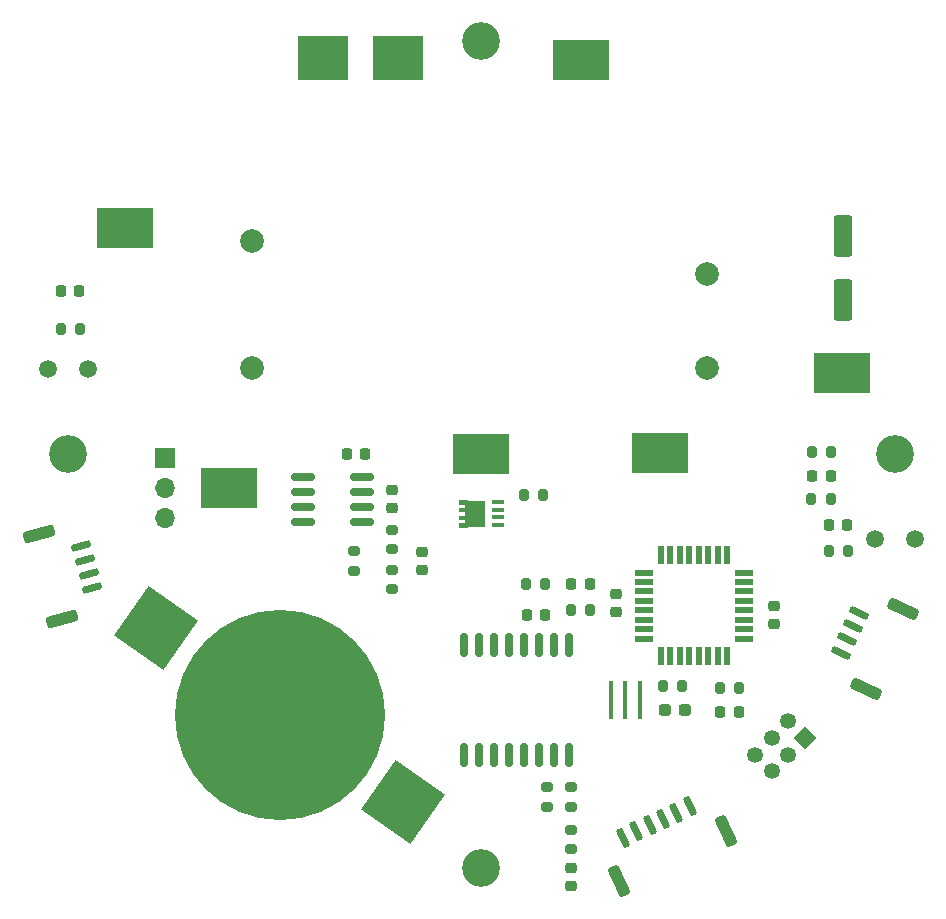
<source format=gts>
%TF.GenerationSoftware,KiCad,Pcbnew,9.0.0*%
%TF.CreationDate,2025-06-29T18:37:43-04:00*%
%TF.ProjectId,darksky-porch-light,6461726b-736b-4792-9d70-6f7263682d6c,rev?*%
%TF.SameCoordinates,Original*%
%TF.FileFunction,Soldermask,Top*%
%TF.FilePolarity,Negative*%
%FSLAX46Y46*%
G04 Gerber Fmt 4.6, Leading zero omitted, Abs format (unit mm)*
G04 Created by KiCad (PCBNEW 9.0.0) date 2025-06-29 18:37:43*
%MOMM*%
%LPD*%
G01*
G04 APERTURE LIST*
G04 Aperture macros list*
%AMRoundRect*
0 Rectangle with rounded corners*
0 $1 Rounding radius*
0 $2 $3 $4 $5 $6 $7 $8 $9 X,Y pos of 4 corners*
0 Add a 4 corners polygon primitive as box body*
4,1,4,$2,$3,$4,$5,$6,$7,$8,$9,$2,$3,0*
0 Add four circle primitives for the rounded corners*
1,1,$1+$1,$2,$3*
1,1,$1+$1,$4,$5*
1,1,$1+$1,$6,$7*
1,1,$1+$1,$8,$9*
0 Add four rect primitives between the rounded corners*
20,1,$1+$1,$2,$3,$4,$5,0*
20,1,$1+$1,$4,$5,$6,$7,0*
20,1,$1+$1,$6,$7,$8,$9,0*
20,1,$1+$1,$8,$9,$2,$3,0*%
%AMHorizOval*
0 Thick line with rounded ends*
0 $1 width*
0 $2 $3 position (X,Y) of the first rounded end (center of the circle)*
0 $4 $5 position (X,Y) of the second rounded end (center of the circle)*
0 Add line between two ends*
20,1,$1,$2,$3,$4,$5,0*
0 Add two circle primitives to create the rounded ends*
1,1,$1,$2,$3*
1,1,$1,$4,$5*%
%AMRotRect*
0 Rectangle, with rotation*
0 The origin of the aperture is its center*
0 $1 length*
0 $2 width*
0 $3 Rotation angle, in degrees counterclockwise*
0 Add horizontal line*
21,1,$1,$2,0,0,$3*%
%AMFreePoly0*
4,1,21,1.372500,0.787500,0.862500,0.787500,0.862500,0.532500,1.372500,0.532500,1.372500,0.127500,0.862500,0.127500,0.862500,-0.127500,1.372500,-0.127500,1.372500,-0.532500,0.862500,-0.532500,0.862500,-0.787500,1.372500,-0.787500,1.372500,-1.195000,0.612500,-1.195000,0.612500,-1.117500,-0.862500,-1.117500,-0.862500,1.117500,0.612500,1.117500,0.612500,1.195000,1.372500,1.195000,
1.372500,0.787500,1.372500,0.787500,$1*%
G04 Aperture macros list end*
%ADD10C,2.006600*%
%ADD11RoundRect,0.150000X0.159887X-0.697808X0.431779X-0.571023X-0.159887X0.697808X-0.431779X0.571023X0*%
%ADD12RoundRect,0.250000X0.238303X-1.102593X0.691457X-0.891284X-0.238303X1.102593X-0.691457X0.891284X0*%
%ADD13RoundRect,0.225000X0.225000X0.250000X-0.225000X0.250000X-0.225000X-0.250000X0.225000X-0.250000X0*%
%ADD14C,3.200000*%
%ADD15RoundRect,0.200000X-0.200000X-0.275000X0.200000X-0.275000X0.200000X0.275000X-0.200000X0.275000X0*%
%ADD16RoundRect,0.225000X-0.250000X0.225000X-0.250000X-0.225000X0.250000X-0.225000X0.250000X0.225000X0*%
%ADD17R,4.699000X3.429000*%
%ADD18RoundRect,0.200000X-0.275000X0.200000X-0.275000X-0.200000X0.275000X-0.200000X0.275000X0.200000X0*%
%ADD19R,1.600000X0.550000*%
%ADD20R,0.550000X1.600000*%
%ADD21RoundRect,0.237500X-0.287500X-0.237500X0.287500X-0.237500X0.287500X0.237500X-0.287500X0.237500X0*%
%ADD22RoundRect,0.150000X-0.825000X-0.150000X0.825000X-0.150000X0.825000X0.150000X-0.825000X0.150000X0*%
%ADD23RoundRect,0.200000X0.275000X-0.200000X0.275000X0.200000X-0.275000X0.200000X-0.275000X-0.200000X0*%
%ADD24RoundRect,0.225000X-0.225000X-0.250000X0.225000X-0.250000X0.225000X0.250000X-0.225000X0.250000X0*%
%ADD25RoundRect,0.150000X0.571023X-0.431779X0.697808X-0.159887X-0.571023X0.431779X-0.697808X0.159887X0*%
%ADD26RoundRect,0.250000X0.891284X-0.691457X1.102593X-0.238303X-0.891284X0.691457X-1.102593X0.238303X0*%
%ADD27RoundRect,0.200000X0.200000X0.275000X-0.200000X0.275000X-0.200000X-0.275000X0.200000X-0.275000X0*%
%ADD28RoundRect,0.250000X-0.550000X1.500000X-0.550000X-1.500000X0.550000X-1.500000X0.550000X1.500000X0*%
%ADD29RoundRect,0.150000X-0.150000X0.875000X-0.150000X-0.875000X0.150000X-0.875000X0.150000X0.875000X0*%
%ADD30R,0.990000X0.405000*%
%ADD31FreePoly0,180.000000*%
%ADD32R,4.240000X3.810000*%
%ADD33RotRect,5.100000X5.100000X145.000000*%
%ADD34C,17.800000*%
%ADD35RotRect,1.350000X1.350000X315.000000*%
%ADD36HorizOval,1.350000X0.000000X0.000000X0.000000X0.000000X0*%
%ADD37R,0.400000X3.200000*%
%ADD38RoundRect,0.150000X-0.714971X-0.036284X-0.637325X-0.326062X0.714971X0.036284X0.637325X0.326062X0*%
%ADD39RoundRect,0.250000X-1.127223X-0.043219X-0.997814X-0.526182X1.127223X0.043219X0.997814X0.526182X0*%
%ADD40RoundRect,0.225000X0.250000X-0.225000X0.250000X0.225000X-0.250000X0.225000X-0.250000X-0.225000X0*%
%ADD41C,1.500000*%
%ADD42R,1.700000X1.700000*%
%ADD43O,1.700000X1.700000*%
G04 APERTURE END LIST*
D10*
%TO.C,PS1*%
X135596800Y-76968100D03*
X135596800Y-87712300D03*
X174103200Y-87712300D03*
X174103200Y-79711300D03*
%TD*%
D11*
%TO.C,J3*%
X166985944Y-127444013D03*
X168118829Y-126915740D03*
X169251714Y-126387467D03*
X170384599Y-125859194D03*
X171517483Y-125330921D03*
X172650368Y-124802649D03*
D12*
X166661653Y-131126040D03*
X175679416Y-126920990D03*
%TD*%
D13*
%TO.C,C8*%
X145175000Y-95000000D03*
X143625000Y-95000000D03*
%TD*%
D14*
%TO.C,H4*%
X190000000Y-95000000D03*
%TD*%
D15*
%TO.C,R9*%
X182975000Y-94800000D03*
X184625000Y-94800000D03*
%TD*%
D16*
%TO.C,C2*%
X166400000Y-106825000D03*
X166400000Y-108375000D03*
%TD*%
D17*
%TO.C,TP6*%
X133600000Y-97800000D03*
%TD*%
D14*
%TO.C,H1*%
X155000000Y-60000000D03*
%TD*%
%TO.C,H2*%
X120000000Y-95000000D03*
%TD*%
D16*
%TO.C,C9*%
X147400000Y-98025000D03*
X147400000Y-99575000D03*
%TD*%
D18*
%TO.C,R14*%
X144200000Y-103175000D03*
X144200000Y-104825000D03*
%TD*%
D15*
%TO.C,R6*%
X170375000Y-114600000D03*
X172025000Y-114600000D03*
%TD*%
D17*
%TO.C,TP3*%
X124800000Y-75800000D03*
%TD*%
D19*
%TO.C,U2*%
X168750000Y-105000000D03*
X168750000Y-105800000D03*
X168750000Y-106600000D03*
X168750000Y-107400000D03*
X168750000Y-108200000D03*
X168750000Y-109000000D03*
X168750000Y-109800000D03*
X168750000Y-110600000D03*
D20*
X170200000Y-112050000D03*
X171000000Y-112050000D03*
X171800000Y-112050000D03*
X172600000Y-112050000D03*
X173400000Y-112050000D03*
X174200000Y-112050000D03*
X175000000Y-112050000D03*
X175800000Y-112050000D03*
D19*
X177250000Y-110600000D03*
X177250000Y-109800000D03*
X177250000Y-109000000D03*
X177250000Y-108200000D03*
X177250000Y-107400000D03*
X177250000Y-106600000D03*
X177250000Y-105800000D03*
X177250000Y-105000000D03*
D20*
X175800000Y-103550000D03*
X175000000Y-103550000D03*
X174200000Y-103550000D03*
X173400000Y-103550000D03*
X172600000Y-103550000D03*
X171800000Y-103550000D03*
X171000000Y-103550000D03*
X170200000Y-103550000D03*
%TD*%
D16*
%TO.C,C4*%
X162600000Y-130025000D03*
X162600000Y-131575000D03*
%TD*%
D21*
%TO.C,D13*%
X170525000Y-116600000D03*
X172275000Y-116600000D03*
%TD*%
D22*
%TO.C,U3*%
X139925000Y-96895000D03*
X139925000Y-98165000D03*
X139925000Y-99435000D03*
X139925000Y-100705000D03*
X144875000Y-100705000D03*
X144875000Y-99435000D03*
X144875000Y-98165000D03*
X144875000Y-96895000D03*
%TD*%
D13*
%TO.C,C1*%
X160375000Y-108600000D03*
X158825000Y-108600000D03*
%TD*%
D18*
%TO.C,R15*%
X147400000Y-104775000D03*
X147400000Y-106425000D03*
%TD*%
D16*
%TO.C,C7*%
X150000000Y-103225000D03*
X150000000Y-104775000D03*
%TD*%
D23*
%TO.C,R2*%
X162565000Y-124835000D03*
X162565000Y-123185000D03*
%TD*%
D24*
%TO.C,C14*%
X162625000Y-106000000D03*
X164175000Y-106000000D03*
%TD*%
%TO.C,C12*%
X119425000Y-81200000D03*
X120975000Y-81200000D03*
%TD*%
D25*
%TO.C,J2*%
X185415181Y-111798654D03*
X185943454Y-110665769D03*
X186471727Y-109532885D03*
X187000000Y-108400000D03*
D26*
X187533523Y-114827702D03*
X190682028Y-108075708D03*
%TD*%
D24*
%TO.C,C13*%
X183025000Y-96800000D03*
X184575000Y-96800000D03*
%TD*%
D27*
%TO.C,R17*%
X160225000Y-98400000D03*
X158575000Y-98400000D03*
%TD*%
D13*
%TO.C,C11*%
X186000000Y-101000000D03*
X184450000Y-101000000D03*
%TD*%
D17*
%TO.C,TP1*%
X155000000Y-95000000D03*
%TD*%
D15*
%TO.C,TH1*%
X182950000Y-98800000D03*
X184600000Y-98800000D03*
%TD*%
D28*
%TO.C,C6*%
X185600000Y-76500000D03*
X185600000Y-81900000D03*
%TD*%
D29*
%TO.C,U1*%
X162445000Y-111150000D03*
X161175000Y-111150000D03*
X159905000Y-111150000D03*
X158635000Y-111150000D03*
X157365000Y-111150000D03*
X156095000Y-111150000D03*
X154825000Y-111150000D03*
X153555000Y-111150000D03*
X153555000Y-120450000D03*
X154825000Y-120450000D03*
X156095000Y-120450000D03*
X157365000Y-120450000D03*
X158635000Y-120450000D03*
X159905000Y-120450000D03*
X161175000Y-120450000D03*
X162445000Y-120450000D03*
%TD*%
D15*
%TO.C,R10*%
X119375000Y-84400000D03*
X121025000Y-84400000D03*
%TD*%
%TO.C,R13*%
X175175000Y-114800000D03*
X176825000Y-114800000D03*
%TD*%
D23*
%TO.C,R1*%
X160600000Y-124825000D03*
X160600000Y-123175000D03*
%TD*%
D30*
%TO.C,Q1*%
X156435000Y-100990000D03*
X156435000Y-100330000D03*
X156435000Y-99670000D03*
X156435000Y-99010000D03*
D31*
X154442500Y-100000000D03*
%TD*%
D17*
%TO.C,TP2*%
X163400000Y-61600000D03*
%TD*%
D13*
%TO.C,C5*%
X176775000Y-116800000D03*
X175225000Y-116800000D03*
%TD*%
D15*
%TO.C,TH2*%
X162575000Y-108200000D03*
X164225000Y-108200000D03*
%TD*%
D27*
%TO.C,R12*%
X160425000Y-106000000D03*
X158775000Y-106000000D03*
%TD*%
D32*
%TO.C,F1*%
X147985000Y-61400000D03*
X141615000Y-61400000D03*
%TD*%
D33*
%TO.C,BT1*%
X148400000Y-124400000D03*
X127429708Y-109716442D03*
D34*
X137914854Y-117058221D03*
%TD*%
D27*
%TO.C,R11*%
X186050000Y-103200000D03*
X184400000Y-103200000D03*
%TD*%
D17*
%TO.C,TP5*%
X185500000Y-88100000D03*
%TD*%
D35*
%TO.C,J1*%
X182414214Y-119014214D03*
D36*
X181000000Y-117600000D03*
X181000000Y-120428428D03*
X179585787Y-119014214D03*
X179585787Y-121842641D03*
X178171573Y-120428428D03*
%TD*%
D37*
%TO.C,Y1*%
X166000000Y-115800000D03*
X167200000Y-115800000D03*
X168400000Y-115800000D03*
%TD*%
D38*
%TO.C,J5*%
X121101677Y-102710074D03*
X121425200Y-103917481D03*
X121748725Y-105124889D03*
X122072248Y-106332296D03*
D39*
X117531899Y-101751332D03*
X119460101Y-108947479D03*
%TD*%
D23*
%TO.C,R18*%
X147400000Y-103025000D03*
X147400000Y-101375000D03*
%TD*%
D14*
%TO.C,H3*%
X155000000Y-130000000D03*
%TD*%
D17*
%TO.C,TP4*%
X170100000Y-94900000D03*
%TD*%
D40*
%TO.C,C3*%
X179800000Y-109375000D03*
X179800000Y-107825000D03*
%TD*%
D23*
%TO.C,R5*%
X162600000Y-128425000D03*
X162600000Y-126775000D03*
%TD*%
D41*
%TO.C,R7*%
X118300000Y-87800000D03*
X121700000Y-87800000D03*
%TD*%
D42*
%TO.C,J4*%
X128200000Y-95260000D03*
D43*
X128200000Y-97800000D03*
X128200000Y-100340000D03*
%TD*%
D41*
%TO.C,R8*%
X188300000Y-102200000D03*
X191700000Y-102200000D03*
%TD*%
M02*

</source>
